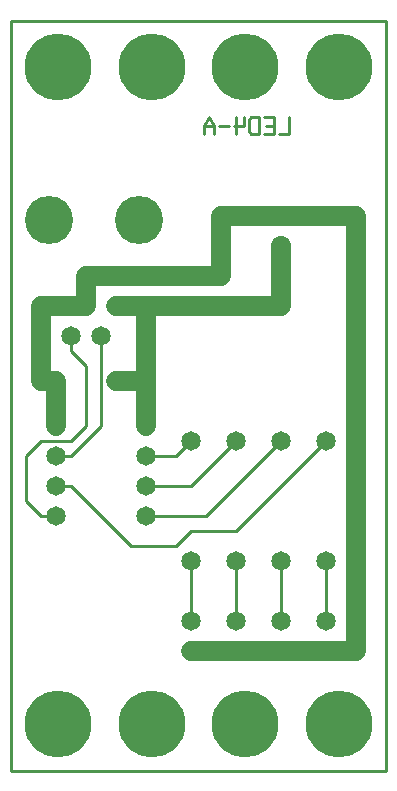
<source format=gbl>
%MOIN*%
%FSLAX25Y25*%
G04 D10 used for Character Trace; *
G04     Circle (OD=.01000) (No hole)*
G04 D11 used for Power Trace; *
G04     Circle (OD=.06700) (No hole)*
G04 D12 used for Signal Trace; *
G04     Circle (OD=.01100) (No hole)*
G04 D13 used for Via; *
G04     Circle (OD=.05800) (Round. Hole ID=.02800)*
G04 D14 used for Component hole; *
G04     Circle (OD=.06500) (Round. Hole ID=.03500)*
G04 D15 used for Component hole; *
G04     Circle (OD=.06700) (Round. Hole ID=.04300)*
G04 D16 used for Component hole; *
G04     Circle (OD=.08100) (Round. Hole ID=.05100)*
G04 D17 used for Component hole; *
G04     Circle (OD=.08900) (Round. Hole ID=.05900)*
G04 D18 used for Component hole; *
G04     Circle (OD=.11300) (Round. Hole ID=.08300)*
G04 D19 used for Component hole; *
G04     Circle (OD=.16000) (Round. Hole ID=.13000)*
G04 D20 used for Component hole; *
G04     Circle (OD=.18300) (Round. Hole ID=.15300)*
G04 D21 used for Component hole; *
G04     Circle (OD=.22291) (Round. Hole ID=.19291)*
%ADD10C,.01000*%
%ADD11C,.06700*%
%ADD12C,.01100*%
%ADD13C,.05800*%
%ADD14C,.06500*%
%ADD15C,.06700*%
%ADD16C,.08100*%
%ADD17C,.08900*%
%ADD18C,.11300*%
%ADD19C,.16000*%
%ADD20C,.18300*%
%ADD21C,.22291*%
%IPPOS*%
%LPD*%
G90*X0Y0D02*D21*X15625Y15625D03*X46875D03*D14*    
X60000Y40000D03*D11*X75000D01*D14*D03*D11*        
X90000D01*D14*D03*D11*X105000D01*D14*D03*D11*     
X115000D01*Y185000D01*X70000D01*Y175000D01*D15*   
D03*D11*Y165000D01*X25000D01*Y155000D01*D14*D03*  
D11*X10000D01*Y130000D01*X15000D01*D14*D03*D11*   
Y115000D01*D14*D03*D12*X10000Y110000D02*X20000D01*
X5000Y105000D02*X10000Y110000D01*X5000Y90000D02*  
Y105000D01*X10000Y85000D02*X5000Y90000D01*        
X10000Y85000D02*X15000D01*D14*D03*D12*            
X40000Y75000D02*X20000Y95000D01*X40000Y75000D02*  
X55000D01*X60000Y80000D01*X75000D01*              
X105000Y110000D01*D14*D03*X90000D03*D12*          
X65000Y85000D01*X45000D01*D14*D03*Y95000D03*D12*  
X60000D01*X75000Y110000D01*D14*D03*X60000D03*D12* 
X55000Y105000D01*X45000D01*D14*D03*Y115000D03*D11*
Y130000D01*X35000D01*D14*D03*D12*X25000Y115000D02*
Y135000D01*X20000Y110000D02*X25000Y115000D01*D14* 
X15000Y105000D03*D12*X20000D01*X30000Y115000D01*  
Y145000D01*D14*D03*X35000Y155000D03*D11*X45000D01*
Y130000D01*D12*X25000Y135000D02*X20000Y140000D01* 
Y145000D01*D14*D03*D11*X45000Y155000D02*X90000D01*
Y175000D01*D15*D03*D10*X92511Y217871D02*          
Y212129D01*X89163D01*X84163D02*X87511D01*         
Y217871D01*X84163D01*X87511Y215000D02*X85000D01*  
X82511Y212129D02*Y217871D01*X80000D01*            
X79163Y216914D01*Y213086D01*X80000Y212129D01*     
X82511D01*X75000Y217871D02*Y212129D01*            
X77511Y217871D02*Y215000D01*X74163D01*X72511D02*  
X69163D01*X67511Y212129D02*Y215000D01*            
X65837Y217871D01*X64163Y215000D01*Y212129D01*     
X67511Y215000D02*X64163D01*D19*X42500Y183500D03*  
D21*X109375Y234375D03*X78125D03*X46875D03*        
X15625D03*D12*X125000Y0D02*Y250000D01*X0Y0D02*    
X125000D01*X0D02*Y250000D01*X125000D01*D19*       
X12500Y183500D03*D14*X15000Y95000D03*D12*         
X20000D01*D14*X60000Y70000D03*D12*Y50000D01*D14*  
D03*X75000D03*D12*Y70000D01*D14*D03*X90000D03*D12*
Y50000D01*D14*D03*X105000D03*D12*Y70000D01*D14*   
D03*D21*X78125Y15625D03*X109375D03*M02*           

</source>
